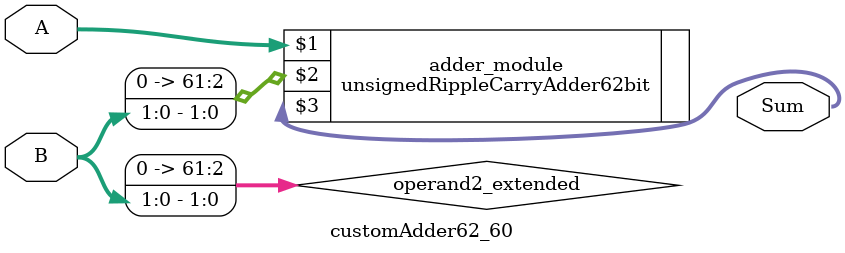
<source format=v>
module customAdder62_60(
                        input [61 : 0] A,
                        input [1 : 0] B,
                        
                        output [62 : 0] Sum
                );

        wire [61 : 0] operand2_extended;
        
        assign operand2_extended =  {60'b0, B};
        
        unsignedRippleCarryAdder62bit adder_module(
            A,
            operand2_extended,
            Sum
        );
        
        endmodule
        
</source>
